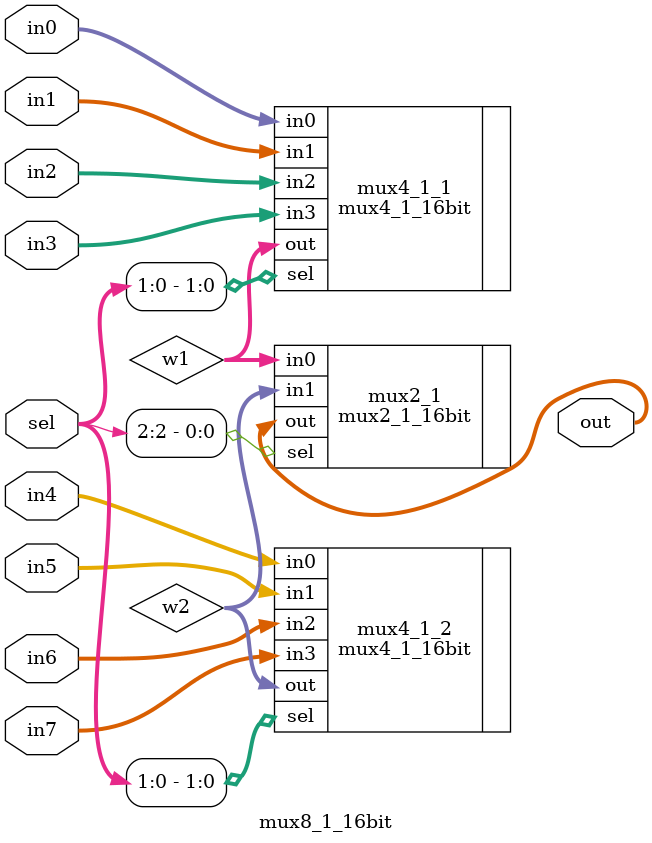
<source format=v>
module mux8_1_16bit (out, sel, in0, in1, in2, in3, in4, in5, in6, in7);
    input [2:0] sel;
    input [15:0] in0, in1, in2, in3, in4, in5, in6, in7;
    output [15:0] out;
    wire [15:0] w1, w2;
    mux4_1_16bit mux4_1_1(.out(w1), .sel(sel[1:0]), .in0(in0), .in1(in1), .in2(in2), .in3(in3));
    mux4_1_16bit mux4_1_2(.out(w2), .sel(sel[1:0]), .in0(in4), .in1(in5), .in2(in6), .in3(in7));
    mux2_1_16bit mux2_1(.out(out), .in0(w1), .in1(w2), .sel(sel[2]));
endmodule


</source>
